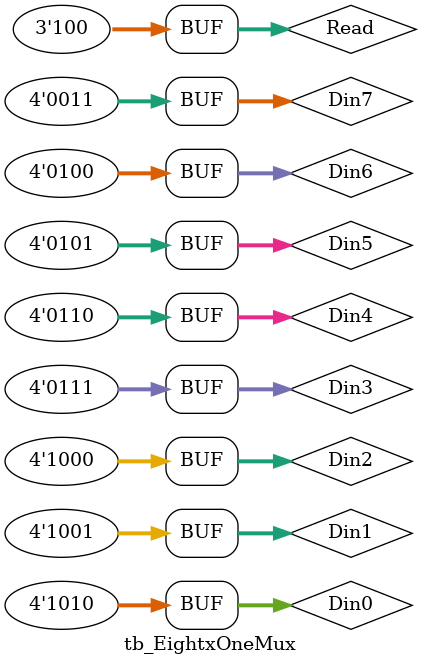
<source format=v>
`timescale 1ns/1ns

module tb_EightxOneMux;

reg  [2:0] Read;
reg  [3:0] Din0,Din1,Din2,Din3,Din4,Din5,Din6,Din7; //4 registers of size 8 bits
wire [3:0] Output;

EightxOneMux show(
    .Din0(Din0),
    .Din1(Din1),
    .Din2(Din2),
    .Din3(Din3),
    .Din4(Din4),
    .Din5(Din5),
    .Din6(Din6),
    .Din7(Din7),
    .RA(Read),
    .RDout(Output)
);

initial
begin
    Din0 = 10;
    Din1 = 9;
    Din2 = 8;
    Din3 = 7;
    Din4 = 6;
    Din5 = 5;
    Din6 = 4;
    Din7 = 3;
    
    #20;
    Read = 0;
    #20;
    Read = 1;
    #20;
    Read = 2;
    #20;
    Read = 3;
    #20;
    Read = 4;

end
endmodule


</source>
